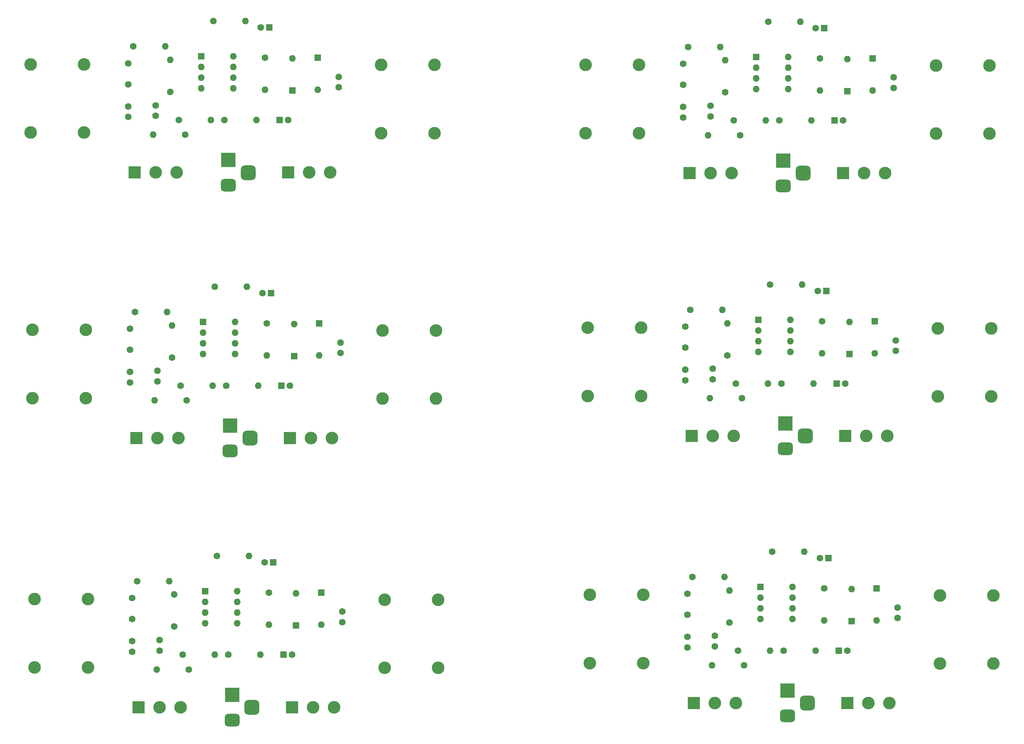
<source format=gbr>
%TF.GenerationSoftware,KiCad,Pcbnew,8.0.5-8.0.5-0~ubuntu24.04.1*%
%TF.CreationDate,2024-09-29T15:16:05-03:00*%
%TF.ProjectId,MXR Distortion,4d585220-4469-4737-946f-7274696f6e2e,rev?*%
%TF.SameCoordinates,Original*%
%TF.FileFunction,Soldermask,Bot*%
%TF.FilePolarity,Negative*%
%FSLAX46Y46*%
G04 Gerber Fmt 4.6, Leading zero omitted, Abs format (unit mm)*
G04 Created by KiCad (PCBNEW 8.0.5-8.0.5-0~ubuntu24.04.1) date 2024-09-29 15:16:05*
%MOMM*%
%LPD*%
G01*
G04 APERTURE LIST*
G04 Aperture macros list*
%AMRoundRect*
0 Rectangle with rounded corners*
0 $1 Rounding radius*
0 $2 $3 $4 $5 $6 $7 $8 $9 X,Y pos of 4 corners*
0 Add a 4 corners polygon primitive as box body*
4,1,4,$2,$3,$4,$5,$6,$7,$8,$9,$2,$3,0*
0 Add four circle primitives for the rounded corners*
1,1,$1+$1,$2,$3*
1,1,$1+$1,$4,$5*
1,1,$1+$1,$6,$7*
1,1,$1+$1,$8,$9*
0 Add four rect primitives between the rounded corners*
20,1,$1+$1,$2,$3,$4,$5,0*
20,1,$1+$1,$4,$5,$6,$7,0*
20,1,$1+$1,$6,$7,$8,$9,0*
20,1,$1+$1,$8,$9,$2,$3,0*%
G04 Aperture macros list end*
%ADD10C,1.600000*%
%ADD11O,1.600000X1.600000*%
%ADD12C,3.000000*%
%ADD13R,3.000000X3.000000*%
%ADD14R,1.600000X1.600000*%
%ADD15R,3.500000X3.500000*%
%ADD16RoundRect,0.750000X1.000000X-0.750000X1.000000X0.750000X-1.000000X0.750000X-1.000000X-0.750000X0*%
%ADD17RoundRect,0.875000X0.875000X-0.875000X0.875000X0.875000X-0.875000X0.875000X-0.875000X-0.875000X0*%
G04 APERTURE END LIST*
D10*
%TO.C,R6*%
X207380000Y-170500000D03*
D11*
X215000000Y-170500000D03*
%TD*%
D12*
%TO.C,J1*%
X28800000Y-110500000D03*
X28800000Y-94270000D03*
X41500000Y-110500000D03*
X41500000Y-94270000D03*
%TD*%
D10*
%TO.C,R7*%
X196000000Y-107000000D03*
D11*
X203620000Y-107000000D03*
%TD*%
D10*
%TO.C,C1*%
X51597876Y-43624879D03*
X51597876Y-41124879D03*
%TD*%
D13*
%TO.C,RV2*%
X53500000Y-119950000D03*
D12*
X58500000Y-119950000D03*
X63500000Y-119950000D03*
%TD*%
D14*
%TO.C,D1*%
X91000000Y-100500000D03*
D11*
X91000000Y-92880000D03*
%TD*%
D15*
%TO.C,J3*%
X207300000Y-54000000D03*
D16*
X207300000Y-60000000D03*
D17*
X212000000Y-57000000D03*
%TD*%
D10*
%TO.C,C3*%
X59000000Y-170500000D03*
X59000000Y-168000000D03*
%TD*%
D13*
%TO.C,RV2*%
X186000000Y-182950000D03*
D12*
X191000000Y-182950000D03*
X196000000Y-182950000D03*
%TD*%
%TO.C,J2*%
X256765000Y-93885000D03*
X256765000Y-110115000D03*
X244065000Y-93885000D03*
X244065000Y-110115000D03*
%TD*%
D10*
%TO.C,R1*%
X184690000Y-27000000D03*
D11*
X192310000Y-27000000D03*
%TD*%
D14*
%TO.C,C4*%
X217000000Y-22500000D03*
D10*
X215000000Y-22500000D03*
%TD*%
D12*
%TO.C,J2*%
X257265000Y-157385000D03*
X257265000Y-173615000D03*
X244565000Y-157385000D03*
X244565000Y-173615000D03*
%TD*%
D10*
%TO.C,R4*%
X204190000Y-83500000D03*
D11*
X211810000Y-83500000D03*
%TD*%
D10*
%TO.C,C2*%
X52500000Y-158000000D03*
X52500000Y-163000000D03*
%TD*%
%TO.C,R3*%
X66000000Y-175000000D03*
D11*
X58380000Y-175000000D03*
%TD*%
D13*
%TO.C,RV1*%
X221500000Y-56950000D03*
D12*
X226500000Y-56950000D03*
X231500000Y-56950000D03*
%TD*%
%TO.C,J1*%
X160300000Y-47500000D03*
X160300000Y-31270000D03*
X173000000Y-47500000D03*
X173000000Y-31270000D03*
%TD*%
D10*
%TO.C,R4*%
X71787876Y-20874879D03*
D11*
X79407876Y-20874879D03*
%TD*%
D10*
%TO.C,R2*%
X194000000Y-100310000D03*
D11*
X194000000Y-92690000D03*
%TD*%
D14*
%TO.C,U1*%
X201380000Y-91880000D03*
D11*
X201380000Y-94420000D03*
X201380000Y-96960000D03*
X201380000Y-99500000D03*
X209000000Y-99500000D03*
X209000000Y-96960000D03*
X209000000Y-94420000D03*
X209000000Y-91880000D03*
%TD*%
D14*
%TO.C,U1*%
X69380000Y-92380000D03*
D11*
X69380000Y-94920000D03*
X69380000Y-97460000D03*
X69380000Y-100000000D03*
X77000000Y-100000000D03*
X77000000Y-97460000D03*
X77000000Y-94920000D03*
X77000000Y-92380000D03*
%TD*%
D10*
%TO.C,R3*%
X197000000Y-48000000D03*
D11*
X189380000Y-48000000D03*
%TD*%
D14*
%TO.C,C6*%
X219500000Y-44500000D03*
D10*
X221500000Y-44500000D03*
%TD*%
%TO.C,C5*%
X101597876Y-36624879D03*
X101597876Y-34124879D03*
%TD*%
D14*
%TO.C,D1*%
X222500000Y-37500000D03*
D11*
X222500000Y-29880000D03*
%TD*%
D10*
%TO.C,R3*%
X197500000Y-110500000D03*
D11*
X189880000Y-110500000D03*
%TD*%
D10*
%TO.C,C1*%
X52000000Y-106750000D03*
X52000000Y-104250000D03*
%TD*%
%TO.C,R6*%
X75380000Y-171500000D03*
D11*
X83000000Y-171500000D03*
%TD*%
D10*
%TO.C,C1*%
X183500000Y-43750000D03*
X183500000Y-41250000D03*
%TD*%
%TO.C,C2*%
X184500000Y-157000000D03*
X184500000Y-162000000D03*
%TD*%
D12*
%TO.C,J1*%
X160800000Y-110000000D03*
X160800000Y-93770000D03*
X173500000Y-110000000D03*
X173500000Y-93770000D03*
%TD*%
D10*
%TO.C,R5*%
X85000000Y-156690000D03*
D11*
X85000000Y-164310000D03*
%TD*%
D13*
%TO.C,RV1*%
X89597876Y-56824879D03*
D12*
X94597876Y-56824879D03*
X99597876Y-56824879D03*
%TD*%
D10*
%TO.C,C1*%
X184500000Y-169750000D03*
X184500000Y-167250000D03*
%TD*%
%TO.C,C2*%
X183500000Y-31000000D03*
X183500000Y-36000000D03*
%TD*%
%TO.C,R1*%
X53690000Y-154000000D03*
D11*
X61310000Y-154000000D03*
%TD*%
D14*
%TO.C,D2*%
X97500000Y-156690000D03*
D11*
X97500000Y-164310000D03*
%TD*%
D14*
%TO.C,U1*%
X201880000Y-155380000D03*
D11*
X201880000Y-157920000D03*
X201880000Y-160460000D03*
X201880000Y-163000000D03*
X209500000Y-163000000D03*
X209500000Y-160460000D03*
X209500000Y-157920000D03*
X209500000Y-155380000D03*
%TD*%
D15*
%TO.C,J3*%
X76300000Y-181000000D03*
D16*
X76300000Y-187000000D03*
D17*
X81000000Y-184000000D03*
%TD*%
D10*
%TO.C,R3*%
X65500000Y-111000000D03*
D11*
X57880000Y-111000000D03*
%TD*%
D14*
%TO.C,C4*%
X85500000Y-85500000D03*
D10*
X83500000Y-85500000D03*
%TD*%
D14*
%TO.C,D2*%
X228500000Y-29690000D03*
D11*
X228500000Y-37310000D03*
%TD*%
D14*
%TO.C,D2*%
X229500000Y-155690000D03*
D11*
X229500000Y-163310000D03*
%TD*%
D10*
%TO.C,C5*%
X234500000Y-162750000D03*
X234500000Y-160250000D03*
%TD*%
%TO.C,R3*%
X198000000Y-174000000D03*
D11*
X190380000Y-174000000D03*
%TD*%
D13*
%TO.C,RV1*%
X222000000Y-119450000D03*
D12*
X227000000Y-119450000D03*
X232000000Y-119450000D03*
%TD*%
D13*
%TO.C,RV2*%
X54000000Y-183950000D03*
D12*
X59000000Y-183950000D03*
X64000000Y-183950000D03*
%TD*%
D10*
%TO.C,C1*%
X52500000Y-170750000D03*
X52500000Y-168250000D03*
%TD*%
D14*
%TO.C,D1*%
X90597876Y-37374879D03*
D11*
X90597876Y-29754879D03*
%TD*%
D12*
%TO.C,J2*%
X124362876Y-31259879D03*
X124362876Y-47489879D03*
X111662876Y-31259879D03*
X111662876Y-47489879D03*
%TD*%
D14*
%TO.C,C4*%
X85097876Y-22374879D03*
D10*
X83097876Y-22374879D03*
%TD*%
D14*
%TO.C,D2*%
X97000000Y-92690000D03*
D11*
X97000000Y-100310000D03*
%TD*%
D10*
%TO.C,R7*%
X64500000Y-171500000D03*
D11*
X72120000Y-171500000D03*
%TD*%
D14*
%TO.C,C6*%
X88000000Y-107500000D03*
D10*
X90000000Y-107500000D03*
%TD*%
%TO.C,R4*%
X72690000Y-148000000D03*
D11*
X80310000Y-148000000D03*
%TD*%
D10*
%TO.C,R1*%
X185190000Y-89500000D03*
D11*
X192810000Y-89500000D03*
%TD*%
D10*
%TO.C,R6*%
X74880000Y-107500000D03*
D11*
X82500000Y-107500000D03*
%TD*%
D12*
%TO.C,J1*%
X161300000Y-173500000D03*
X161300000Y-157270000D03*
X174000000Y-173500000D03*
X174000000Y-157270000D03*
%TD*%
D14*
%TO.C,U1*%
X200880000Y-29380000D03*
D11*
X200880000Y-31920000D03*
X200880000Y-34460000D03*
X200880000Y-37000000D03*
X208500000Y-37000000D03*
X208500000Y-34460000D03*
X208500000Y-31920000D03*
X208500000Y-29380000D03*
%TD*%
D14*
%TO.C,C4*%
X218000000Y-148500000D03*
D10*
X216000000Y-148500000D03*
%TD*%
%TO.C,C3*%
X58097876Y-43374879D03*
X58097876Y-40874879D03*
%TD*%
%TO.C,C2*%
X51597876Y-30874879D03*
X51597876Y-35874879D03*
%TD*%
%TO.C,R1*%
X53190000Y-90000000D03*
D11*
X60810000Y-90000000D03*
%TD*%
D10*
%TO.C,R5*%
X216500000Y-92190000D03*
D11*
X216500000Y-99810000D03*
%TD*%
D10*
%TO.C,R4*%
X203690000Y-21000000D03*
D11*
X211310000Y-21000000D03*
%TD*%
D10*
%TO.C,C5*%
X102000000Y-99750000D03*
X102000000Y-97250000D03*
%TD*%
D14*
%TO.C,D2*%
X96597876Y-29564879D03*
D11*
X96597876Y-37184879D03*
%TD*%
D10*
%TO.C,R1*%
X185690000Y-153000000D03*
D11*
X193310000Y-153000000D03*
%TD*%
D12*
%TO.C,J2*%
X125265000Y-158385000D03*
X125265000Y-174615000D03*
X112565000Y-158385000D03*
X112565000Y-174615000D03*
%TD*%
D14*
%TO.C,C6*%
X220000000Y-107000000D03*
D10*
X222000000Y-107000000D03*
%TD*%
%TO.C,R5*%
X84097876Y-29564879D03*
D11*
X84097876Y-37184879D03*
%TD*%
D10*
%TO.C,C5*%
X234000000Y-99250000D03*
X234000000Y-96750000D03*
%TD*%
D12*
%TO.C,J2*%
X124765000Y-94385000D03*
X124765000Y-110615000D03*
X112065000Y-94385000D03*
X112065000Y-110615000D03*
%TD*%
D10*
%TO.C,C3*%
X191000000Y-169500000D03*
X191000000Y-167000000D03*
%TD*%
%TO.C,R2*%
X62500000Y-164810000D03*
D11*
X62500000Y-157190000D03*
%TD*%
D14*
%TO.C,D1*%
X91500000Y-164500000D03*
D11*
X91500000Y-156880000D03*
%TD*%
D14*
%TO.C,C6*%
X220500000Y-170500000D03*
D10*
X222500000Y-170500000D03*
%TD*%
%TO.C,R2*%
X194500000Y-163810000D03*
D11*
X194500000Y-156190000D03*
%TD*%
D14*
%TO.C,D1*%
X223500000Y-163500000D03*
D11*
X223500000Y-155880000D03*
%TD*%
D10*
%TO.C,R7*%
X195500000Y-44500000D03*
D11*
X203120000Y-44500000D03*
%TD*%
D10*
%TO.C,C3*%
X190000000Y-43500000D03*
X190000000Y-41000000D03*
%TD*%
%TO.C,C3*%
X190500000Y-106000000D03*
X190500000Y-103500000D03*
%TD*%
D13*
%TO.C,RV1*%
X222500000Y-182950000D03*
D12*
X227500000Y-182950000D03*
X232500000Y-182950000D03*
%TD*%
D10*
%TO.C,R1*%
X52787876Y-26874879D03*
D11*
X60407876Y-26874879D03*
%TD*%
D10*
%TO.C,R7*%
X196500000Y-170500000D03*
D11*
X204120000Y-170500000D03*
%TD*%
D10*
%TO.C,C1*%
X184000000Y-106250000D03*
X184000000Y-103750000D03*
%TD*%
%TO.C,R4*%
X72190000Y-84000000D03*
D11*
X79810000Y-84000000D03*
%TD*%
D14*
%TO.C,C4*%
X217500000Y-85000000D03*
D10*
X215500000Y-85000000D03*
%TD*%
D14*
%TO.C,U1*%
X69880000Y-156380000D03*
D11*
X69880000Y-158920000D03*
X69880000Y-161460000D03*
X69880000Y-164000000D03*
X77500000Y-164000000D03*
X77500000Y-161460000D03*
X77500000Y-158920000D03*
X77500000Y-156380000D03*
%TD*%
D14*
%TO.C,C4*%
X86000000Y-149500000D03*
D10*
X84000000Y-149500000D03*
%TD*%
D12*
%TO.C,J2*%
X256265000Y-31385000D03*
X256265000Y-47615000D03*
X243565000Y-31385000D03*
X243565000Y-47615000D03*
%TD*%
D10*
%TO.C,R3*%
X65097876Y-47874879D03*
D11*
X57477876Y-47874879D03*
%TD*%
D10*
%TO.C,C3*%
X58500000Y-106500000D03*
X58500000Y-104000000D03*
%TD*%
%TO.C,R6*%
X206880000Y-107000000D03*
D11*
X214500000Y-107000000D03*
%TD*%
D14*
%TO.C,C6*%
X88500000Y-171500000D03*
D10*
X90500000Y-171500000D03*
%TD*%
%TO.C,R6*%
X74477876Y-44374879D03*
D11*
X82097876Y-44374879D03*
%TD*%
D10*
%TO.C,R2*%
X62000000Y-100810000D03*
D11*
X62000000Y-93190000D03*
%TD*%
D13*
%TO.C,RV2*%
X53097876Y-56824879D03*
D12*
X58097876Y-56824879D03*
X63097876Y-56824879D03*
%TD*%
D10*
%TO.C,R4*%
X204690000Y-147000000D03*
D11*
X212310000Y-147000000D03*
%TD*%
D15*
%TO.C,J3*%
X75397876Y-53874879D03*
D16*
X75397876Y-59874879D03*
D17*
X80097876Y-56874879D03*
%TD*%
D10*
%TO.C,R5*%
X84500000Y-92690000D03*
D11*
X84500000Y-100310000D03*
%TD*%
D10*
%TO.C,C5*%
X233500000Y-36750000D03*
X233500000Y-34250000D03*
%TD*%
%TO.C,R5*%
X216000000Y-29690000D03*
D11*
X216000000Y-37310000D03*
%TD*%
D13*
%TO.C,RV1*%
X90000000Y-119950000D03*
D12*
X95000000Y-119950000D03*
X100000000Y-119950000D03*
%TD*%
D10*
%TO.C,R2*%
X61597876Y-37684879D03*
D11*
X61597876Y-30064879D03*
%TD*%
D13*
%TO.C,RV2*%
X185500000Y-119450000D03*
D12*
X190500000Y-119450000D03*
X195500000Y-119450000D03*
%TD*%
D10*
%TO.C,R5*%
X217000000Y-155690000D03*
D11*
X217000000Y-163310000D03*
%TD*%
D15*
%TO.C,J3*%
X208300000Y-180000000D03*
D16*
X208300000Y-186000000D03*
D17*
X213000000Y-183000000D03*
%TD*%
D14*
%TO.C,D1*%
X223000000Y-100000000D03*
D11*
X223000000Y-92380000D03*
%TD*%
D14*
%TO.C,C6*%
X87597876Y-44374879D03*
D10*
X89597876Y-44374879D03*
%TD*%
D13*
%TO.C,RV1*%
X90500000Y-183950000D03*
D12*
X95500000Y-183950000D03*
X100500000Y-183950000D03*
%TD*%
%TO.C,J1*%
X28397876Y-47374879D03*
X28397876Y-31144879D03*
X41097876Y-47374879D03*
X41097876Y-31144879D03*
%TD*%
D14*
%TO.C,U1*%
X68977876Y-29254879D03*
D11*
X68977876Y-31794879D03*
X68977876Y-34334879D03*
X68977876Y-36874879D03*
X76597876Y-36874879D03*
X76597876Y-34334879D03*
X76597876Y-31794879D03*
X76597876Y-29254879D03*
%TD*%
D15*
%TO.C,J3*%
X75800000Y-117000000D03*
D16*
X75800000Y-123000000D03*
D17*
X80500000Y-120000000D03*
%TD*%
D10*
%TO.C,R7*%
X64000000Y-107500000D03*
D11*
X71620000Y-107500000D03*
%TD*%
D10*
%TO.C,R6*%
X206380000Y-44500000D03*
D11*
X214000000Y-44500000D03*
%TD*%
D10*
%TO.C,C2*%
X184000000Y-93500000D03*
X184000000Y-98500000D03*
%TD*%
%TO.C,R2*%
X193500000Y-37810000D03*
D11*
X193500000Y-30190000D03*
%TD*%
D10*
%TO.C,R7*%
X63597876Y-44374879D03*
D11*
X71217876Y-44374879D03*
%TD*%
D15*
%TO.C,J3*%
X207800000Y-116500000D03*
D16*
X207800000Y-122500000D03*
D17*
X212500000Y-119500000D03*
%TD*%
D10*
%TO.C,C2*%
X52000000Y-94000000D03*
X52000000Y-99000000D03*
%TD*%
%TO.C,C5*%
X102500000Y-163750000D03*
X102500000Y-161250000D03*
%TD*%
D14*
%TO.C,D2*%
X229000000Y-92190000D03*
D11*
X229000000Y-99810000D03*
%TD*%
D12*
%TO.C,J1*%
X29300000Y-174500000D03*
X29300000Y-158270000D03*
X42000000Y-174500000D03*
X42000000Y-158270000D03*
%TD*%
D13*
%TO.C,RV2*%
X185000000Y-56950000D03*
D12*
X190000000Y-56950000D03*
X195000000Y-56950000D03*
%TD*%
M02*

</source>
